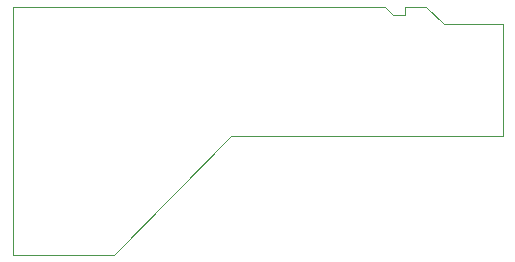
<source format=gbr>
%TF.GenerationSoftware,KiCad,Pcbnew,(7.0.0-0)*%
%TF.CreationDate,2023-03-05T17:29:21+01:00*%
%TF.ProjectId,microsdcard_sub,6d696372-6f73-4646-9361-72645f737562,rev?*%
%TF.SameCoordinates,Original*%
%TF.FileFunction,Profile,NP*%
%FSLAX46Y46*%
G04 Gerber Fmt 4.6, Leading zero omitted, Abs format (unit mm)*
G04 Created by KiCad (PCBNEW (7.0.0-0)) date 2023-03-05 17:29:21*
%MOMM*%
%LPD*%
G01*
G04 APERTURE LIST*
%TA.AperFunction,Profile*%
%ADD10C,0.050000*%
%TD*%
G04 APERTURE END LIST*
D10*
X82250000Y-69500000D02*
X85750000Y-69500000D01*
X72375000Y-79575000D02*
X82250000Y-69500000D01*
X63800000Y-79575000D02*
X72375000Y-79575000D01*
X63750000Y-58500000D02*
X63800000Y-79575000D01*
X85750000Y-58500000D02*
X63750000Y-58500000D01*
X85750000Y-58500000D02*
X95250000Y-58500000D01*
X105250000Y-69500000D02*
X85750000Y-69500000D01*
X105250000Y-60000000D02*
X105250000Y-69500000D01*
X100250000Y-60000000D02*
X105250000Y-60000000D01*
X98750000Y-58500000D02*
X100250000Y-60000000D01*
X97000000Y-58500000D02*
X98750000Y-58500000D01*
X97000000Y-59250000D02*
X97000000Y-58500000D01*
X96000000Y-59250000D02*
X97000000Y-59250000D01*
X95250000Y-58500000D02*
X96000000Y-59250000D01*
M02*

</source>
